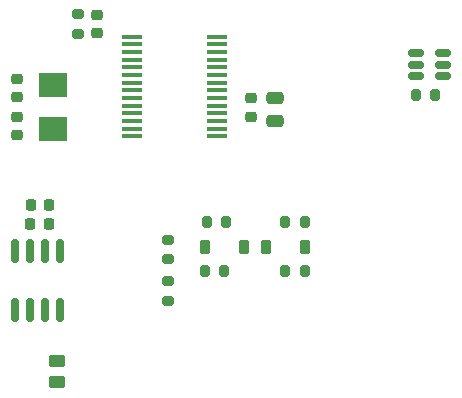
<source format=gbr>
G04 #@! TF.GenerationSoftware,KiCad,Pcbnew,9.0.0-rc2-6-ga1fa0bdb0b*
G04 #@! TF.CreationDate,2025-01-23T13:26:01+02:00*
G04 #@! TF.ProjectId,bk_can_bus_extension_v2,626b5f63-616e-45f6-9275-735f65787465,Rev 4*
G04 #@! TF.SameCoordinates,Original*
G04 #@! TF.FileFunction,Paste,Top*
G04 #@! TF.FilePolarity,Positive*
%FSLAX46Y46*%
G04 Gerber Fmt 4.6, Leading zero omitted, Abs format (unit mm)*
G04 Created by KiCad (PCBNEW 9.0.0-rc2-6-ga1fa0bdb0b) date 2025-01-23 13:26:01*
%MOMM*%
%LPD*%
G01*
G04 APERTURE LIST*
G04 Aperture macros list*
%AMRoundRect*
0 Rectangle with rounded corners*
0 $1 Rounding radius*
0 $2 $3 $4 $5 $6 $7 $8 $9 X,Y pos of 4 corners*
0 Add a 4 corners polygon primitive as box body*
4,1,4,$2,$3,$4,$5,$6,$7,$8,$9,$2,$3,0*
0 Add four circle primitives for the rounded corners*
1,1,$1+$1,$2,$3*
1,1,$1+$1,$4,$5*
1,1,$1+$1,$6,$7*
1,1,$1+$1,$8,$9*
0 Add four rect primitives between the rounded corners*
20,1,$1+$1,$2,$3,$4,$5,0*
20,1,$1+$1,$4,$5,$6,$7,0*
20,1,$1+$1,$6,$7,$8,$9,0*
20,1,$1+$1,$8,$9,$2,$3,0*%
G04 Aperture macros list end*
%ADD10RoundRect,0.225000X-0.225000X-0.250000X0.225000X-0.250000X0.225000X0.250000X-0.225000X0.250000X0*%
%ADD11RoundRect,0.250000X-0.450000X0.262500X-0.450000X-0.262500X0.450000X-0.262500X0.450000X0.262500X0*%
%ADD12R,2.400000X2.000000*%
%ADD13RoundRect,0.200000X-0.200000X-0.275000X0.200000X-0.275000X0.200000X0.275000X-0.200000X0.275000X0*%
%ADD14RoundRect,0.150000X-0.150000X0.825000X-0.150000X-0.825000X0.150000X-0.825000X0.150000X0.825000X0*%
%ADD15RoundRect,0.200000X0.200000X0.275000X-0.200000X0.275000X-0.200000X-0.275000X0.200000X-0.275000X0*%
%ADD16RoundRect,0.225000X-0.250000X0.225000X-0.250000X-0.225000X0.250000X-0.225000X0.250000X0.225000X0*%
%ADD17R,1.750000X0.450000*%
%ADD18RoundRect,0.225000X-0.225000X-0.375000X0.225000X-0.375000X0.225000X0.375000X-0.225000X0.375000X0*%
%ADD19RoundRect,0.225000X0.250000X-0.225000X0.250000X0.225000X-0.250000X0.225000X-0.250000X-0.225000X0*%
%ADD20RoundRect,0.200000X0.275000X-0.200000X0.275000X0.200000X-0.275000X0.200000X-0.275000X-0.200000X0*%
%ADD21RoundRect,0.150000X-0.512500X-0.150000X0.512500X-0.150000X0.512500X0.150000X-0.512500X0.150000X0*%
%ADD22RoundRect,0.250000X-0.475000X0.250000X-0.475000X-0.250000X0.475000X-0.250000X0.475000X0.250000X0*%
%ADD23RoundRect,0.200000X-0.275000X0.200000X-0.275000X-0.200000X0.275000X-0.200000X0.275000X0.200000X0*%
%ADD24RoundRect,0.225000X0.225000X0.375000X-0.225000X0.375000X-0.225000X-0.375000X0.225000X-0.375000X0*%
G04 APERTURE END LIST*
D10*
G04 #@! TO.C,C5*
X147695000Y-112025000D03*
X149245000Y-112025000D03*
G04 #@! TD*
D11*
G04 #@! TO.C,R14*
X149900000Y-125187500D03*
X149900000Y-127012500D03*
G04 #@! TD*
D12*
G04 #@! TO.C,Y1*
X149590000Y-101840000D03*
X149590000Y-105540000D03*
G04 #@! TD*
D13*
G04 #@! TO.C,R17*
X162600000Y-113450000D03*
X164250000Y-113450000D03*
G04 #@! TD*
D14*
G04 #@! TO.C,U5*
X150150000Y-115900000D03*
X148880000Y-115900000D03*
X147610000Y-115900000D03*
X146340000Y-115900000D03*
X146340000Y-120850000D03*
X147610000Y-120850000D03*
X148880000Y-120850000D03*
X150150000Y-120850000D03*
G04 #@! TD*
D15*
G04 #@! TO.C,R16*
X170925000Y-113450000D03*
X169275000Y-113450000D03*
G04 #@! TD*
D16*
G04 #@! TO.C,C3*
X166350000Y-102950000D03*
X166350000Y-104500000D03*
G04 #@! TD*
D17*
G04 #@! TO.C,U3*
X156250000Y-97725000D03*
X156250000Y-98375000D03*
X156250000Y-99025000D03*
X156250000Y-99675000D03*
X156250000Y-100325000D03*
X156250000Y-100975000D03*
X156250000Y-101625000D03*
X156250000Y-102275000D03*
X156250000Y-102925000D03*
X156250000Y-103575000D03*
X156250000Y-104225000D03*
X156250000Y-104875000D03*
X156250000Y-105525000D03*
X156250000Y-106175000D03*
X163450000Y-106175000D03*
X163450000Y-105525000D03*
X163450000Y-104875000D03*
X163450000Y-104225000D03*
X163450000Y-103575000D03*
X163450000Y-102925000D03*
X163450000Y-102275000D03*
X163450000Y-101625000D03*
X163450000Y-100975000D03*
X163450000Y-100325000D03*
X163450000Y-99675000D03*
X163450000Y-99025000D03*
X163450000Y-98375000D03*
X163450000Y-97725000D03*
G04 #@! TD*
D18*
G04 #@! TO.C,D4*
X162425000Y-115550000D03*
X165725000Y-115550000D03*
G04 #@! TD*
D19*
G04 #@! TO.C,C1*
X153350000Y-97425000D03*
X153350000Y-95875000D03*
G04 #@! TD*
D13*
G04 #@! TO.C,R21*
X180325000Y-102700000D03*
X181975000Y-102700000D03*
G04 #@! TD*
D20*
G04 #@! TO.C,R20*
X159350000Y-120075000D03*
X159350000Y-118425000D03*
G04 #@! TD*
D15*
G04 #@! TO.C,R18*
X164100000Y-117600000D03*
X162450000Y-117600000D03*
G04 #@! TD*
D16*
G04 #@! TO.C,C6*
X146580000Y-101300000D03*
X146580000Y-102850000D03*
G04 #@! TD*
D10*
G04 #@! TO.C,C4*
X147670000Y-113625000D03*
X149220000Y-113625000D03*
G04 #@! TD*
D19*
G04 #@! TO.C,C2*
X146580000Y-106080000D03*
X146580000Y-104530000D03*
G04 #@! TD*
D13*
G04 #@! TO.C,R15*
X169275000Y-117600000D03*
X170925000Y-117600000D03*
G04 #@! TD*
D21*
G04 #@! TO.C,U2*
X180350000Y-99150000D03*
X180350000Y-100100000D03*
X180350000Y-101050000D03*
X182625000Y-101050000D03*
X182625000Y-100100000D03*
X182625000Y-99150000D03*
G04 #@! TD*
D22*
G04 #@! TO.C,C10*
X168350000Y-102950000D03*
X168350000Y-104850000D03*
G04 #@! TD*
D23*
G04 #@! TO.C,R4*
X151700000Y-95825000D03*
X151700000Y-97475000D03*
G04 #@! TD*
D24*
G04 #@! TO.C,D3*
X170950000Y-115550000D03*
X167650000Y-115550000D03*
G04 #@! TD*
D20*
G04 #@! TO.C,R19*
X159350000Y-116575000D03*
X159350000Y-114925000D03*
G04 #@! TD*
M02*

</source>
